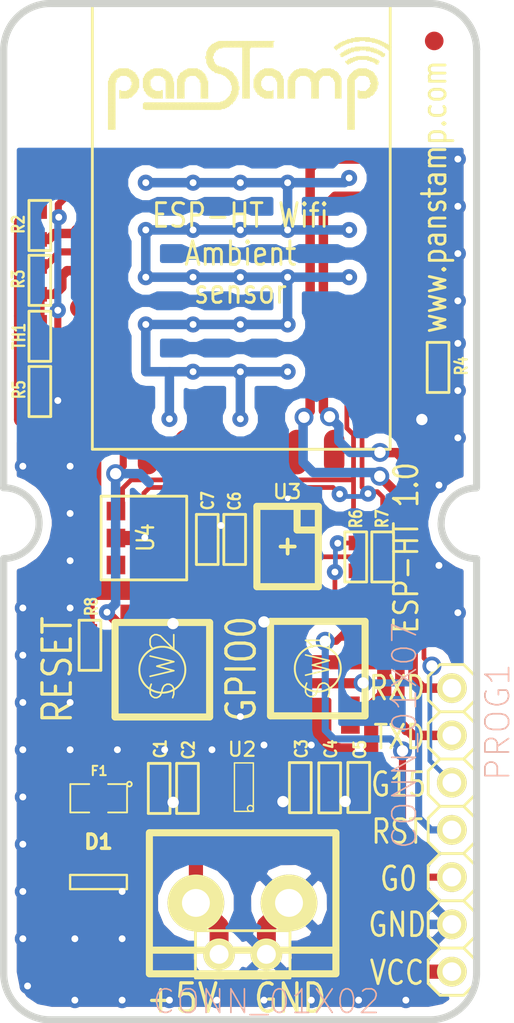
<source format=kicad_pcb>
(kicad_pcb (version 4) (host pcbnew 0.201512211246+6391~39~ubuntu14.04.1-stable)
  (title_block (title "panStamp Humidity and Temperature board for ESP8266") (date 2015-11-28) (rev 1.0) (company panStamp))
  (layers (0 Front signal) (31 Back signal) (34 B.Paste user) (35 F.Paste user) (36 B.SilkS user) (37 F.SilkS user) (38 B.Mask user) (39 F.Mask user) (44 Edge.Cuts user))
  (net 0 "")
  (net 1 /RESET)
  (net 2 /RXD)
  (net 3 /TXD)
  (net 4 GND)
  (net 5 /GPIO0)
  (net 6 /GPIO2)
  (net 7 /ADC)
  (net 8 /GPIO4)
  (net 9 /GPIO5)
  (net 10 /GPIO15)
  (net 11 VCC)
  (net 12 "Net-(R2-Pad1)")
  (net 13 /GPIO16)
  (net 14 "Net-(U1-Pad9)")
  (net 15 "Net-(U1-Pad10)")
  (net 16 "Net-(U1-Pad11)")
  (net 17 "Net-(U1-Pad12)")
  (net 18 "Net-(U1-Pad13)")
  (net 19 "Net-(U1-Pad14)")
  (net 20 /GPIO14)
  (net 21 /GPIO12)
  (net 22 /GPIO13)
  (net 23 "Net-(C1-Pad1)")
  (net 24 "Net-(F1-Pad1)")
  (module pinhead:pinhead-1-1X02 (layer Front) (at 148.717 96.0882)
    (fp_text reference P2 hide)
    (fp_text value CONN_01X02 (at 1.27 2.54) (layer B.SilkS) (effects (font (size 1.27 1.27) (thickness 0.0889))))
    (pad 1 thru_hole circle (at -1.27 0) (size 1.7 1.7) (drill 1.016) (layers *.Cu F.Paste F.SilkS F.Mask) (net 24 "Net-(F1-Pad1)"))
    (pad 2 thru_hole circle (at 1.27 0) (size 1.7 1.7) (drill 1.016) (layers *.Cu F.Paste F.SilkS F.Mask) (net 4 GND))
  )
  (module ESP8266:ESP-12E (layer Front) (at 140.64 53.34)
    (fp_text reference U1 hide)
    (fp_text value ESP-12E hide)
    (pad 9 smd oval (at 2.99 15.75 90) (size 2.4 1.1) (layers Front F.Paste F.Mask) (net 14 "Net-(U1-Pad9)"))
    (pad 10 smd oval (at 4.99 15.75 90) (size 2.4 1.1) (layers Front F.Paste F.Mask) (net 15 "Net-(U1-Pad10)"))
    (pad 11 smd oval (at 6.99 15.75 90) (size 2.4 1.1) (layers Front F.Paste F.Mask) (net 16 "Net-(U1-Pad11)"))
    (pad 12 smd oval (at 8.99 15.75 90) (size 2.4 1.1) (layers Front F.Paste F.Mask) (net 17 "Net-(U1-Pad12)"))
    (pad 13 smd oval (at 10.99 15.75 90) (size 2.4 1.1) (layers Front F.Paste F.Mask) (net 18 "Net-(U1-Pad13)"))
    (pad 14 smd oval (at 12.99 15.75 90) (size 2.4 1.1) (layers Front F.Paste F.Mask) (net 19 "Net-(U1-Pad14)"))
    (pad 1 smd rect (at 0 0) (size 2.4 1.1) (layers Front F.Paste F.Mask) (net 1 /RESET))
    (pad 2 smd oval (at 0 2) (size 2.4 1.1) (layers Front F.Paste F.Mask) (net 7 /ADC))
    (pad 3 smd oval (at 0 4) (size 2.4 1.1) (layers Front F.Paste F.Mask) (net 12 "Net-(R2-Pad1)"))
    (pad 4 smd oval (at 0 6) (size 2.4 1.1) (layers Front F.Paste F.Mask) (net 13 /GPIO16))
    (pad 5 smd oval (at 0 8) (size 2.4 1.1) (layers Front F.Paste F.Mask) (net 20 /GPIO14))
    (pad 6 smd oval (at 0 10) (size 2.4 1.1) (layers Front F.Paste F.Mask) (net 21 /GPIO12))
    (pad 7 smd oval (at 0 12) (size 2.4 1.1) (layers Front F.Paste F.Mask) (net 22 /GPIO13))
    (pad 8 smd oval (at 0 14) (size 2.4 1.1) (layers Front F.Paste F.Mask) (net 11 VCC))
    (pad 15 smd oval (at 16 14) (size 2.4 1.1) (layers Front F.Paste F.Mask) (net 4 GND))
    (pad 16 smd oval (at 16 12) (size 2.4 1.1) (layers Front F.Paste F.Mask) (net 10 /GPIO15))
    (pad 17 smd oval (at 16 10) (size 2.4 1.1) (layers Front F.Paste F.Mask) (net 6 /GPIO2))
    (pad 18 smd oval (at 16 8) (size 2.4 1.1) (layers Front F.Paste F.Mask) (net 5 /GPIO0))
    (pad 19 smd oval (at 16 6) (size 2.4 1.1) (layers Front F.Paste F.Mask) (net 8 /GPIO4))
    (pad 20 smd oval (at 16 4) (size 2.4 1.1) (layers Front F.Paste F.Mask) (net 9 /GPIO5))
    (pad 21 smd oval (at 16 2) (size 2.4 1.1) (layers Front F.Paste F.Mask) (net 2 /RXD))
    (pad 22 smd oval (at 16 0) (size 2.4 1.1) (layers Front F.Paste F.Mask) (net 3 /TXD))
  )
  (module mysmd:SM0603S (layer Front) (at 144.23 87.17 270)
    (fp_text reference C1 (at -2.13 -0.06 270) (layer F.SilkS) (effects (font (size 0.635 0.508) (thickness 0.127))))
    (fp_text value 10u hide)
    (pad 2 smd rect (at 0.7493 0 270) (size 0.7874 0.762) (layers Front F.Paste F.Mask) (net 4 GND))
    (pad 1 smd rect (at -0.7493 0 270) (size 0.7874 0.762) (layers Front F.Paste F.Mask) (net 23 "Net-(C1-Pad1)"))
  )
  (module mysmd:SM0603S (layer Front) (at 145.75 87.17 270)
    (fp_text reference C2 (at -2.07 -0.05 270) (layer F.SilkS) (effects (font (size 0.635 0.508) (thickness 0.127))))
    (fp_text value 1u hide)
    (pad 2 smd rect (at 0.7493 0 270) (size 0.7874 0.762) (layers Front F.Paste F.Mask) (net 4 GND))
    (pad 1 smd rect (at -0.7493 0 270) (size 0.7874 0.762) (layers Front F.Paste F.Mask) (net 23 "Net-(C1-Pad1)"))
  )
  (module mysmd:SM0603S (layer Front) (at 151.81 87.13 270)
    (fp_text reference C3 (at -2.09 -0.06 270) (layer F.SilkS) (effects (font (size 0.635 0.508) (thickness 0.127))))
    (fp_text value 10u hide)
    (pad 2 smd rect (at 0.7493 0 270) (size 0.7874 0.762) (layers Front F.Paste F.Mask) (net 4 GND))
    (pad 1 smd rect (at -0.7493 0 270) (size 0.7874 0.762) (layers Front F.Paste F.Mask) (net 11 VCC))
  )
  (module mysmd:SM0603S (layer Front) (at 153.39 87.14 270)
    (fp_text reference C4 (at -2.09 -0.06 270) (layer F.SilkS) (effects (font (size 0.635 0.508) (thickness 0.127))))
    (fp_text value 1u hide)
    (pad 2 smd rect (at 0.7493 0 270) (size 0.7874 0.762) (layers Front F.Paste F.Mask) (net 4 GND))
    (pad 1 smd rect (at -0.7493 0 270) (size 0.7874 0.762) (layers Front F.Paste F.Mask) (net 11 VCC))
  )
  (module mysmd:SM0603S (layer Front) (at 154.95 87.12 270)
    (fp_text reference C5 (at -2.04 -0.06 270) (layer F.SilkS) (effects (font (size 0.635 0.508) (thickness 0.127))))
    (fp_text value 100n hide)
    (pad 2 smd rect (at 0.7493 0 270) (size 0.7874 0.762) (layers Front F.Paste F.Mask) (net 4 GND))
    (pad 1 smd rect (at -0.7493 0 270) (size 0.7874 0.762) (layers Front F.Paste F.Mask) (net 11 VCC))
  )
  (module SM0603S (layer Front) (at 148.2852 73.787 90)
    (fp_text reference C6 (at 2.06 -0.01 90) (layer F.SilkS) (effects (font (size 0.635 0.508) (thickness 0.127))))
    (fp_text value 100n hide)
    (pad 2 smd rect (at 0.7493 0 90) (size 0.7874 0.762) (layers Front F.Paste F.Mask) (net 4 GND))
    (pad 1 smd rect (at -0.7493 0 90) (size 0.7874 0.762) (layers Front F.Paste F.Mask) (net 11 VCC))
  )
  (module myconnectors:terminal_block_5mm_2P (layer Front) (at 148.72 93.35)
    (fp_text reference P1 hide)
    (fp_text value CONN_01X02 hide)
    (pad 1 thru_hole circle (at -2.51714 -0.0254) (size 3.048 3.048) (drill 1.4986) (layers *.Cu *.Mask F.SilkS) (net 24 "Net-(F1-Pad1)"))
    (pad 2 thru_hole circle (at 2.48412 -0.0254) (size 3.048 3.048) (drill 1.4986) (layers *.Cu *.Mask F.SilkS) (net 4 GND))
  )
  (module mysmd:SM0603S (layer Front) (at 137.82 56.91 90)
    (fp_text reference R2 (at 0.0635 -1.1557 90) (layer F.SilkS) (effects (font (size 0.635 0.508) (thickness 0.127))))
    (fp_text value 10k hide)
    (pad 2 smd rect (at 0.7493 0 90) (size 0.7874 0.762) (layers Front F.Paste F.Mask) (net 11 VCC))
    (pad 1 smd rect (at -0.7493 0 90) (size 0.7874 0.762) (layers Front F.Paste F.Mask) (net 12 "Net-(R2-Pad1)"))
  )
  (module mysmd:SM0603S (layer Front) (at 137.82 59.86 270)
    (fp_text reference R3 (at -0.07 1.16 270) (layer F.SilkS) (effects (font (size 0.635 0.508) (thickness 0.127))))
    (fp_text value 0 hide)
    (pad 2 smd rect (at 0.7493 0 270) (size 0.7874 0.762) (layers Front F.Paste F.Mask) (net 13 /GPIO16))
    (pad 1 smd rect (at -0.7493 0 270) (size 0.7874 0.762) (layers Front F.Paste F.Mask) (net 1 /RESET))
  )
  (module mysmd:SM0603S (layer Front) (at 159.21 64.54 270)
    (fp_text reference R4 (at -0.08 -1.25 270) (layer F.SilkS) (effects (font (size 0.635 0.508) (thickness 0.127))))
    (fp_text value 10k hide)
    (pad 2 smd rect (at 0.7493 0 270) (size 0.7874 0.762) (layers Front F.Paste F.Mask) (net 10 /GPIO15))
    (pad 1 smd rect (at -0.7493 0 270) (size 0.7874 0.762) (layers Front F.Paste F.Mask) (net 4 GND))
  )
  (module mysmd:SM0603S (layer Front) (at 154.7876 74.7268 90)
    (fp_text reference R6 (at 2.05 0.01 90) (layer F.SilkS) (effects (font (size 0.635 0.508) (thickness 0.127))))
    (fp_text value 10k hide)
    (pad 2 smd rect (at 0.7493 0 90) (size 0.7874 0.762) (layers Front F.Paste F.Mask) (net 5 /GPIO0))
    (pad 1 smd rect (at -0.7493 0 90) (size 0.7874 0.762) (layers Front F.Paste F.Mask) (net 11 VCC))
  )
  (module mysmd:SM0603S (layer Front) (at 156.2354 74.7268 90)
    (fp_text reference R7 (at 2.06 -0.03 90) (layer F.SilkS) (effects (font (size 0.635 0.508) (thickness 0.127))))
    (fp_text value 10k hide)
    (pad 2 smd rect (at 0.7493 0 90) (size 0.7874 0.762) (layers Front F.Paste F.Mask) (net 6 /GPIO2))
    (pad 1 smd rect (at -0.7493 0 90) (size 0.7874 0.762) (layers Front F.Paste F.Mask) (net 11 VCC))
  )
  (module mysmd:SM0603S (layer Front) (at 140.5128 79.4766 90)
    (fp_text reference R8 (at 2.0828 0.0762 90) (layer F.SilkS) (effects (font (size 0.635 0.508) (thickness 0.127))))
    (fp_text value 10k hide)
    (pad 2 smd rect (at 0.7493 0 90) (size 0.7874 0.762) (layers Front F.Paste F.Mask) (net 11 VCC))
    (pad 1 smd rect (at -0.7493 0 90) (size 0.7874 0.762) (layers Front F.Paste F.Mask) (net 1 /RESET))
  )
  (module switch-tact-noah (layer Front) (at 152.75 80.73 270)
    (fp_text reference SW1 (at -0.1905 -0.03048 270) (layer F.SilkS) (effects (font (size 1.27 1.27) (thickness 0.0889))))
    (fp_text value SW_PUSH_SMALL hide)
    (pad 1 smd rect (at -2.49936 -1.75006 270) (size 1.99898 1.00076) (layers Front F.Paste F.Mask) (net 5 /GPIO0))
    (pad 3 smd rect (at 2.49936 -1.75006 270) (size 1.99898 1.00076) (layers Front F.Paste F.Mask))
    (pad 2 smd rect (at -2.49936 1.75006 270) (size 1.99898 1.00076) (layers Front F.Paste F.Mask) (net 4 GND))
    (pad 4 smd rect (at 2.49936 1.75006 270) (size 1.99898 1.00076) (layers Front F.Paste F.Mask))
  )
  (module switch-tact-noah (layer Front) (at 144.4 80.79 270)
    (fp_text reference SW2 (at -0.1905 -0.03048 270) (layer F.SilkS) (effects (font (size 1.27 1.27) (thickness 0.0889))))
    (fp_text value SW_PUSH_SMALL hide)
    (pad 1 smd rect (at -2.49936 -1.75006 270) (size 1.99898 1.00076) (layers Front F.Paste F.Mask) (net 4 GND))
    (pad 3 smd rect (at 2.49936 -1.75006 270) (size 1.99898 1.00076) (layers Front F.Paste F.Mask))
    (pad 2 smd rect (at -2.49936 1.75006 270) (size 1.99898 1.00076) (layers Front F.Paste F.Mask) (net 1 /RESET))
    (pad 4 smd rect (at 2.49936 1.75006 270) (size 1.99898 1.00076) (layers Front F.Paste F.Mask))
  )
  (module libcms:SOT23 (layer Front) (at 148.78 87.07 90)
    (fp_text reference U2 (at 1.99898 -0.09906 180) (layer F.SilkS) (effects (font (size 0.762 0.762) (thickness 0.11938))))
    (fp_text value MCP1700-3.0 hide)
    (pad 3 smd rect (at 0 -1.09982 90) (size 0.8001 1.00076) (layers Front F.Paste F.Mask) (net 23 "Net-(C1-Pad1)"))
    (pad 2 smd rect (at 0.9525 1.09982 90) (size 0.8001 1.00076) (layers Front F.Paste F.Mask) (net 11 VCC))
    (pad 1 smd rect (at -0.9525 1.09982 90) (size 0.8001 1.00076) (layers Front F.Paste F.Mask) (net 4 GND))
  )
  (module mysmd:DFN-6 (layer Front) (at 151.13 74.168 180)
    (fp_text reference U3 (at 0.0254 2.9464 360) (layer F.SilkS) (effects (font (size 0.762 0.762) (thickness 0.127))))
    (fp_text value SI7021 hide)
    (pad 6 smd rect (at -1 -1.625 180) (size 0.45 1.2) (layers Front F.Paste F.Mask) (net 6 /GPIO2))
    (pad 5 smd rect (at 0 -1.625 180) (size 0.45 1.2) (layers Front F.Paste F.Mask) (net 11 VCC))
    (pad 4 smd rect (at 1 -1.625 180) (size 0.45 1.2) (layers Front F.Paste F.Mask))
    (pad 3 smd rect (at 1 1.625 180) (size 0.45 1.2) (layers Front F.Paste F.Mask))
    (pad 2 smd rect (at 0 1.625 180) (size 0.45 1.2) (layers Front F.Paste F.Mask) (net 4 GND))
    (pad 1 smd rect (at -1 1.625 180) (size 0.45 1.2) (layers Front F.Paste F.Mask) (net 5 /GPIO0))
    (pad 7 smd rect (at 0 0 180) (size 2.4 1.5) (layers Front F.Paste F.Mask))
  )
  (module libcms:SM0805 (layer Front) (at 140.98 87.7 180)
    (fp_text reference F1 (at -0.02 1.47 360) (layer F.SilkS) (effects (font (size 0.50038 0.50038) (thickness 0.10922))))
    (fp_text value FUSE hide)
    (pad 1 smd rect (at -0.9525 0 180) (size 0.889 1.397) (layers Front F.Paste F.Mask) (net 24 "Net-(F1-Pad1)"))
    (pad 2 smd rect (at 0.9525 0 180) (size 0.889 1.397) (layers Front F.Paste F.Mask) (net 23 "Net-(C1-Pad1)"))
  )
  (module pinhead:pinhead-1-1X07 (layer Front) (at 159.95 89.4 270)
    (fp_text reference PROG1 (at -5.7912 -2.4638 270) (layer B.SilkS) (effects (font (size 1.27 1.27) (thickness 0.0889))))
    (fp_text value CONN_01X07 (at -5.08 2.54 270) (layer B.SilkS) (effects (font (size 1.27 1.27) (thickness 0.0889))))
    (pad 1 thru_hole circle (at -7.62 0 270) (size 1.6 1.6) (drill 1) (layers *.Cu F.Paste F.SilkS F.Mask) (net 2 /RXD))
    (pad 2 thru_hole circle (at -5.08 0 270) (size 1.6 1.6) (drill 1) (layers *.Cu F.Paste F.SilkS F.Mask) (net 3 /TXD))
    (pad 3 thru_hole circle (at -2.54 0 270) (size 1.6 1.6) (drill 1) (layers *.Cu F.Paste F.SilkS F.Mask) (net 10 /GPIO15))
    (pad 4 thru_hole circle (at 0 0 270) (size 1.6 1.6) (drill 1) (layers *.Cu F.Paste F.SilkS F.Mask) (net 1 /RESET))
    (pad 5 thru_hole circle (at 2.54 0 270) (size 1.6 1.6) (drill 1) (layers *.Cu F.Paste F.SilkS F.Mask) (net 5 /GPIO0))
    (pad 6 thru_hole circle (at 5.08 0 270) (size 1.6 1.6) (drill 1) (layers *.Cu F.Paste F.SilkS F.Mask) (net 4 GND))
    (pad 7 thru_hole circle (at 7.62 0 270) (size 1.6 1.6) (drill 1) (layers *.Cu F.Paste F.SilkS F.Mask) (net 11 VCC))
  )
  (module mymods:PANSTAMPLOGO (layer Front) (at 141.478 46.482)
    (fp_text reference G*** hide)
    (fp_text value PANSTAMPLOGO hide)
  )
  (module mysmd:SOT23 (layer Front) (at 140.97 92.202)
    (fp_text reference D1 (at 0 -2.159) (layer F.SilkS) (effects (font (size 0.762 0.762) (thickness 0.1905))))
    (fp_text value D_Schottky_x2_ACom_KKA hide)
    (pad 2 smd rect (at -0.889 -1.016) (size 0.9144 0.9144) (layers Front F.Paste F.Mask) (net 23 "Net-(C1-Pad1)"))
    (pad 1 smd rect (at 0.889 -1.016) (size 0.9144 0.9144) (layers Front F.Paste F.Mask) (net 23 "Net-(C1-Pad1)"))
    (pad 3 smd rect (at 0 1.016) (size 0.9144 0.9144) (layers Front F.Paste F.Mask) (net 4 GND))
  )
  (module mysmd:SM0603S (layer Front) (at 137.8204 65.8368 270)
    (fp_text reference R5 (at -0.1016 1.1176 270) (layer F.SilkS) (effects (font (size 0.635 0.508) (thickness 0.127))))
    (fp_text value 10k hide)
    (pad 2 smd rect (at 0.7493 0 270) (size 0.7874 0.762) (layers Front F.Paste F.Mask) (net 4 GND))
    (pad 1 smd rect (at -0.7493 0 270) (size 0.7874 0.762) (layers Front F.Paste F.Mask) (net 7 /ADC))
  )
  (module mysmd:SM0603S (layer Front) (at 137.8204 62.865 270)
    (fp_text reference TH1 (at 0 1.1176 270) (layer F.SilkS) (effects (font (size 0.635 0.508) (thickness 0.127))))
    (fp_text value THERMISTOR hide)
    (pad 2 smd rect (at 0.7493 0 270) (size 0.7874 0.762) (layers Front F.Paste F.Mask) (net 7 /ADC))
    (pad 1 smd rect (at -0.7493 0 270) (size 0.7874 0.762) (layers Front F.Paste F.Mask) (net 13 /GPIO16))
  )
  (module mymods:fiducial (layer Front) (at 138.684 97.028)
    (fp_text reference fiducial hide)
    (fp_text value VAL** hide)
    (pad 1 smd circle (at 0 0) (size 1 1) (layers Front F.Mask) (clearance 0.5))
  )
  (module mymods:fiducial (layer Front) (at 159.004 46.99)
    (fp_text reference fiducial hide)
    (fp_text value VAL** hide)
    (pad 1 smd circle (at 0 0) (size 1 1) (layers Front F.Mask) (clearance 0.5))
  )
  (module mysmd:SM0603S (layer Front) (at 146.812 73.787 90)
    (fp_text reference C7 (at 2.0828 0.0254 90) (layer F.SilkS) (effects (font (size 0.635 0.508) (thickness 0.127))))
    (fp_text value 1u hide)
    (pad 2 smd rect (at 0.7493 0 90) (size 0.7874 0.762) (layers Front F.Paste F.Mask) (net 4 GND))
    (pad 1 smd rect (at -0.7493 0 90) (size 0.7874 0.762) (layers Front F.Paste F.Mask) (net 11 VCC))
  )
  (module mysmd:BMP180 (layer Front) (at 143.4084 73.7108)
    (fp_text reference U4 (at 0.09144 -0.0254 90) (layer F.SilkS) (effects (font (size 0.889 0.762) (thickness 0.127))))
    (fp_text value BMP180 hide)
    (pad 3 smd rect (at 1.5 1.45) (size 1 1) (layers Front F.Paste F.Mask) (net 11 VCC))
    (pad 2 smd rect (at 0 1.45) (size 1 1) (layers Front F.Paste F.Mask) (net 11 VCC))
    (pad 1 smd rect (at -1.5 1.45) (size 1 1) (layers Front F.Paste F.Mask))
    (pad 6 smd rect (at -1.5 -1.45) (size 1 1) (layers Front F.Paste F.Mask) (net 5 /GPIO0))
    (pad 5 smd rect (at 0 -1.45) (size 1 1) (layers Front F.Paste F.Mask) (net 6 /GPIO2))
    (pad 4 smd rect (at 1.5 -1.45) (size 1 1) (layers Front F.Paste F.Mask))
    (pad 7 smd rect (at -1.5 0) (size 1 1) (layers Front F.Paste F.Mask) (net 4 GND))
  )
  (gr_text "ESP-HT Wifi\nAmbient\nsensor" (at 148.59 58.42) (layer F.SilkS) (effects (font (size 1.27 1.016) (thickness 0.1524))))
  (gr_text TXD (at 157.13 84.41) (layer F.SilkS) (effects (font (size 1.27 1.016) (thickness 0.1524))))
  (gr_text RST (at 157.02 89.49) (layer F.SilkS) (effects (font (size 1.27 1.016) (thickness 0.1524))))
  (gr_text G15 (at 157.09 86.96) (layer F.SilkS) (effects (font (size 1.27 1.016) (thickness 0.1524))))
  (gr_text RXD (at 157.01 81.78) (layer F.SilkS) (effects (font (size 1.27 1.016) (thickness 0.1524))))
  (gr_text G0 (at 157.09 92.03) (layer F.SilkS) (effects (font (size 1.27 1.016) (thickness 0.1524))))
  (gr_text GND (at 157.02 94.5) (layer F.SilkS) (effects (font (size 1.27 1.016) (thickness 0.1524))))
  (gr_text VCC (at 157 97.08) (layer F.SilkS) (effects (font (size 1.27 1.016) (thickness 0.1524))))
  (gr_text www.panstamp.com (at 159.004 55.372 90) (layer F.SilkS) (effects (font (size 1.27 1.016) (thickness 0.1524))))
  (gr_text "ESP-HT 1.0" (at 157.5 74.24 90) (layer F.SilkS) (effects (font (size 1.27 1.016) (thickness 0.1524))))
  (gr_text GPIO0 (at 148.64 80.75 90) (layer F.SilkS) (effects (font (size 1.524 1.27) (thickness 0.1778))))
  (gr_text RESET (at 138.7602 80.7974 90) (layer F.SilkS) (effects (font (size 1.524 1.27) (thickness 0.1778))))
  (gr_text "+5V  GND" (at 148.36 98.45) (layer F.SilkS) (effects (font (size 1.524 1.27) (thickness 0.1778))))
  (gr_line (start 138.44 44.98) (end 158.77 44.98) (angle 90) (layer Edge.Cuts) (width 0.381))
  (gr_line (start 135.88 71.01) (end 135.88 47.49) (angle 90) (layer Edge.Cuts) (width 0.381))
  (gr_line (start 135.88 74.81) (end 135.88 97.09) (angle 90) (layer Edge.Cuts) (width 0.381))
  (gr_arc (start 135.88 72.91) (end 137.78 72.89) (angle 90) (layer Edge.Cuts) (width 0.381))
  (gr_arc (start 135.88 72.91) (end 135.87 71.01) (angle 90) (layer Edge.Cuts) (width 0.381))
  (gr_line (start 158.72 99.61) (end 138.4 99.61) (angle 90) (layer Edge.Cuts) (width 0.381))
  (gr_line (start 161.28 74.82) (end 161.28 97.16) (angle 90) (layer Edge.Cuts) (width 0.381))
  (gr_line (start 161.28 47.44) (end 161.29 47.44) (angle 90) (layer Edge.Cuts) (width 0.381))
  (gr_line (start 161.28 70.97) (end 161.28 47.44) (angle 90) (layer Edge.Cuts) (width 0.381))
  (gr_arc (start 161.28 72.91) (end 161.29 74.82) (angle 90) (layer Edge.Cuts) (width 0.381))
  (gr_arc (start 161.27 72.91) (end 159.38 72.91) (angle 90) (layer Edge.Cuts) (width 0.381))
  (gr_arc (start 138.38 47.48) (end 135.88 47.48) (angle 90) (layer Edge.Cuts) (width 0.381))
  (gr_arc (start 158.78 47.48) (end 158.78 44.98) (angle 90) (layer Edge.Cuts) (width 0.381))
  (gr_arc (start 158.77 97.1) (end 161.28 97.1) (angle 90) (layer Edge.Cuts) (width 0.381))
  (gr_arc (start 138.38 97.11) (end 138.38 99.61) (angle 90) (layer Edge.Cuts) (width 0.381))
  (segment (start 151.13 59.69) (end 154.432 59.69) (width 0.508) (layer Back) (net 0))
  (via (at 151.13 59.69) (size 0.8636) (drill 0.3683) (layers Front Back) (net 0))
  (via (at 154.432 59.69) (size 0.8636) (drill 0.3683) (layers Front Back) (net 0))
  (segment (start 151.13 57.15) (end 154.432 57.15) (width 0.508) (layer Back) (net 0))
  (via (at 151.13 57.15) (size 0.8636) (drill 0.3683) (layers Front Back) (net 0))
  (via (at 154.432 57.15) (size 0.8636) (drill 0.3683) (layers Front Back) (net 0))
  (segment (start 151.13 54.61) (end 154.178 54.61) (width 0.508) (layer Back) (net 0))
  (via (at 151.13 54.61) (size 0.8636) (drill 0.3683) (layers Front Back) (net 0))
  (via (at 154.432 54.356) (size 0.8636) (drill 0.3683) (layers Front Back) (net 0))
  (segment (start 154.178 54.61) (end 154.432 54.356) (width 0.508) (layer Back) (net 0))
  (segment (start 143.51 54.61) (end 146.05 54.61) (width 0.508) (layer Back) (net 0))
  (via (at 146.05 54.61) (size 0.8636) (drill 0.3683) (layers Front Back) (net 0))
  (segment (start 148.59 54.61) (end 151.13 54.61) (width 0.508) (layer Back) (net 0))
  (segment (start 151.13 57.15) (end 148.59 57.15) (width 0.508) (layer Back) (net 0))
  (via (at 148.59 57.15) (size 0.8636) (drill 0.3683) (layers Front Back) (net 0))
  (segment (start 146.05 57.15) (end 143.51 57.15) (width 0.508) (layer Back) (net 0))
  (via (at 143.51 57.15) (size 0.8636) (drill 0.3683) (layers Front Back) (net 0))
  (segment (start 143.51 59.69) (end 146.05 59.69) (width 0.508) (layer Back) (net 0))
  (via (at 146.05 59.69) (size 0.8636) (drill 0.3683) (layers Front Back) (net 0))
  (segment (start 148.59 59.69) (end 151.13 59.69) (width 0.508) (layer Back) (net 0))
  (segment (start 151.13 62.23) (end 148.59 62.23) (width 0.508) (layer Back) (net 0))
  (via (at 148.59 62.23) (size 0.8636) (drill 0.3683) (layers Front Back) (net 0))
  (segment (start 146.05 62.23) (end 143.51 62.23) (width 0.508) (layer Back) (net 0))
  (via (at 143.51 62.23) (size 0.8636) (drill 0.3683) (layers Front Back) (net 0))
  (segment (start 143.51 62.23) (end 143.51 64.77) (width 0.508) (layer Back) (net 0))
  (via (at 146.05 62.23) (size 0.8636) (drill 0.3683) (layers Front Back) (net 0))
  (segment (start 148.59 62.23) (end 146.05 62.23) (width 0.508) (layer Back) (net 0))
  (via (at 151.13 62.23) (size 0.8636) (drill 0.3683) (layers Front Back) (net 0))
  (segment (start 151.13 59.69) (end 151.13 62.23) (width 0.508) (layer Back) (net 0))
  (via (at 148.59 59.69) (size 0.8636) (drill 0.3683) (layers Front Back) (net 0))
  (segment (start 146.05 59.69) (end 148.59 59.69) (width 0.508) (layer Back) (net 0))
  (via (at 143.51 59.69) (size 0.8636) (drill 0.3683) (layers Front Back) (net 0))
  (segment (start 143.51 57.15) (end 143.51 59.69) (width 0.508) (layer Back) (net 0))
  (via (at 146.05 57.15) (size 0.8636) (drill 0.3683) (layers Front Back) (net 0))
  (segment (start 148.59 57.15) (end 146.05 57.15) (width 0.508) (layer Back) (net 0))
  (segment (start 151.13 54.61) (end 151.13 57.15) (width 0.508) (layer Back) (net 0))
  (via (at 148.59 54.61) (size 0.8636) (drill 0.3683) (layers Front Back) (net 0))
  (segment (start 146.05 54.61) (end 148.59 54.61) (width 0.508) (layer Back) (net 0))
  (via (at 143.51 54.61) (size 0.8636) (drill 0.3683) (layers Front Back) (net 0))
  (segment (start 148.59 64.77) (end 148.59 67.31) (width 0.508) (layer Back) (net 0))
  (via (at 148.59 64.77) (size 0.8636) (drill 0.3683) (layers Front Back) (net 0))
  (via (at 148.59 67.31) (size 0.8636) (drill 0.3683) (layers Front Back) (net 0))
  (segment (start 144.78 64.77) (end 144.78 67.31) (width 0.508) (layer Back) (net 0))
  (via (at 144.78 67.31) (size 0.8636) (drill 0.3683) (layers Front Back) (net 0))
  (segment (start 151.13 64.77) (end 148.59 64.77) (width 0.508) (layer Back) (net 0))
  (segment (start 146.05 64.77) (end 144.78 64.77) (width 0.508) (layer Back) (net 0))
  (segment (start 144.78 64.77) (end 143.51 64.77) (width 0.508) (layer Back) (net 0))
  (via (at 146.05 64.77) (size 0.8636) (drill 0.3683) (layers Front Back) (net 0))
  (segment (start 148.59 64.77) (end 146.05 64.77) (width 0.508) (layer Back) (net 0))
  (via (at 151.13 64.77) (size 0.8636) (drill 0.3683) (layers Front Back) (net 0))
  (segment (start 141.89 70.25) (end 141.89 77.2358) (width 0.508) (layer Back) (net 1))
  (segment (start 142.01924 78.29064) (end 142.64994 78.29064) (width 0.508) (layer Front) (net 1))
  (segment (start 141.4272 77.6986) (end 142.01924 78.29064) (width 0.508) (layer Front) (net 1))
  (via (at 141.4272 77.6986) (size 0.8636) (drill 0.3683) (layers Front Back) (net 1))
  (segment (start 141.89 77.2358) (end 141.4272 77.6986) (width 0.508) (layer Back) (net 1))
  (segment (start 155.18 81.5) (end 157.739298 81.5) (width 0.381) (layer Back) (net 1))
  (segment (start 158.8182 89.4) (end 159.95 89.4) (width 0.381) (layer Back) (net 1))
  (segment (start 158.169298 88.751098) (end 158.8182 89.4) (width 0.381) (layer Back) (net 1))
  (segment (start 158.169298 81.93) (end 158.169298 88.751098) (width 0.381) (layer Back) (net 1))
  (segment (start 157.739298 81.5) (end 158.169298 81.93) (width 0.381) (layer Back) (net 1))
  (segment (start 142.64994 78.29064) (end 142.64994 81.07994) (width 0.508) (layer Front) (net 1))
  (segment (start 142.64994 81.07994) (end 143.07 81.5) (width 0.508) (layer Front) (net 1))
  (segment (start 143.07 81.5) (end 155.18 81.5) (width 0.508) (layer Front) (net 1))
  (segment (start 142.64994 80.1624) (end 140.5763 80.1624) (width 0.508) (layer Front) (net 1))
  (segment (start 140.5763 80.1624) (end 140.5128 80.2259) (width 0.508) (layer Front) (net 1))
  (segment (start 142.64994 78.29064) (end 142.64994 80.1624) (width 0.508) (layer Front) (net 1))
  (segment (start 142.64994 80.1624) (end 142.64994 80.2259) (width 0.508) (layer Front) (net 1))
  (segment (start 143.1988 70.25) (end 141.89 70.25) (width 0.508) (layer Back) (net 1))
  (via (at 141.89 70.25) (size 1.016) (drill 0.6096) (layers Front Back) (net 1))
  (segment (start 143.6878 70.739) (end 143.1988 70.25) (width 0.508) (layer Back) (net 1))
  (segment (start 140.5128 80.2259) (end 142.64994 80.2259) (width 0.508) (layer Front) (net 1))
  (segment (start 142.5194 80.2386) (end 142.64994 80.2386) (width 0.508) (layer Front) (net 1))
  (segment (start 142.64994 80.2259) (end 142.63724 80.2386) (width 0.508) (layer Front) (net 1))
  (segment (start 142.63724 80.2386) (end 142.5194 80.2386) (width 0.508) (layer Front) (net 1))
  (segment (start 142.64994 77.75294) (end 142.64994 78.29064) (width 0.508) (layer Front) (net 1))
  (segment (start 142.64994 77.69506) (end 142.64994 78.29064) (width 0.508) (layer Front) (net 1))
  (segment (start 142.64994 78.29064) (end 142.64994 80.2386) (width 0.381) (layer Front) (net 1))
  (segment (start 142.64994 80.2386) (end 142.64994 81.07994) (width 0.381) (layer Front) (net 1))
  (segment (start 142.64994 81.07994) (end 143.17 81.6) (width 0.381) (layer Front) (net 1))
  (segment (start 155.08 81.6) (end 155.18 81.5) (width 0.381) (layer Front) (net 1))
  (segment (start 143.17 81.6) (end 155.08 81.6) (width 0.381) (layer Front) (net 1))
  (segment (start 142.3 57.85) (end 142.3 69.84) (width 0.381) (layer Front) (net 1))
  (segment (start 142.3 69.84) (end 141.89 70.25) (width 0.381) (layer Front) (net 1))
  (segment (start 142.48 78.1207) (end 142.64994 78.29064) (width 0.508) (layer Front) (net 1))
  (segment (start 137.82 59.1107) (end 138.1093 59.1107) (width 0.381) (layer Front) (net 1))
  (segment (start 138.1093 59.1107) (end 138.89 58.33) (width 0.381) (layer Front) (net 1))
  (segment (start 138.89 58.33) (end 141.82 58.33) (width 0.381) (layer Front) (net 1))
  (segment (start 141.82 58.33) (end 142.3 57.85) (width 0.381) (layer Front) (net 1))
  (segment (start 142.3 57.85) (end 142.3 54.45) (width 0.381) (layer Front) (net 1))
  (segment (start 142.3 54.45) (end 141.19 53.34) (width 0.381) (layer Front) (net 1))
  (segment (start 141.19 53.34) (end 140.64 53.34) (width 0.381) (layer Front) (net 1))
  (segment (start 140.5207 53.2207) (end 140.64 53.34) (width 0.508) (layer Front) (net 1))
  (via (at 155.18 81.5) (size 1.016) (drill 0.6096) (layers Front Back) (net 1))
  (segment (start 156.64 55.34) (end 153.68 55.34) (width 0.508) (layer Front) (net 2))
  (segment (start 153.05 66.86) (end 153.38 67.19) (width 0.508) (layer Front) (net 2))
  (segment (start 153.05 55.97) (end 153.05 66.86) (width 0.508) (layer Front) (net 2))
  (segment (start 153.68 55.34) (end 153.05 55.97) (width 0.508) (layer Front) (net 2))
  (segment (start 153.38 67.19) (end 153.88 67.69) (width 0.508) (layer Back) (net 2))
  (via (at 153.38 67.19) (size 1.016) (drill 0.6096) (layers Front Back) (net 2))
  (segment (start 157.869404 76.09) (end 157.869404 69.999404) (width 0.508) (layer Front) (net 2))
  (segment (start 157.869404 69.999404) (end 156.99 69.12) (width 0.508) (layer Front) (net 2))
  (segment (start 158.4 81.78) (end 159.95 81.78) (width 0.508) (layer Front) (net 2))
  (segment (start 157.869404 81.249404) (end 158.4 81.78) (width 0.508) (layer Front) (net 2))
  (segment (start 157.869404 76.09) (end 157.869404 81.249404) (width 0.508) (layer Front) (net 2))
  (segment (start 156.1 69.12) (end 156.99 69.12) (width 0.508) (layer Front) (net 2))
  (segment (start 156.09 69.11) (end 156.1 69.12) (width 0.508) (layer Front) (net 2))
  (via (at 156.09 69.11) (size 1.016) (drill 0.6096) (layers Front Back) (net 2))
  (segment (start 154.49 69.11) (end 156.09 69.11) (width 0.508) (layer Back) (net 2))
  (segment (start 153.88 68.5) (end 154.49 69.11) (width 0.508) (layer Back) (net 2))
  (segment (start 153.88 67.69) (end 153.88 68.5) (width 0.508) (layer Back) (net 2))
  (segment (start 157.158202 83.618202) (end 157.49 83.95) (width 0.508) (layer Front) (net 3))
  (segment (start 157.49 83.95) (end 157.49 84.06) (width 0.508) (layer Front) (net 3))
  (segment (start 157.49 84.06) (end 157.49 83.95) (width 0.508) (layer Front) (net 3))
  (segment (start 157.86 84.32) (end 159.95 84.32) (width 0.508) (layer Front) (net 3))
  (segment (start 157.49 83.95) (end 157.86 84.32) (width 0.508) (layer Front) (net 3))
  (segment (start 157.158202 76.32) (end 157.158202 71.468202) (width 0.508) (layer Front) (net 3))
  (segment (start 157.158202 76.32) (end 157.158202 83.618202) (width 0.508) (layer Front) (net 3))
  (segment (start 157.158202 71.468202) (end 156.08 70.39) (width 0.508) (layer Front) (net 3))
  (segment (start 154.86 70.19) (end 155.88 70.19) (width 0.508) (layer Back) (net 3))
  (segment (start 152.84 53.34) (end 152.338798 53.841202) (width 0.508) (layer Front) (net 3))
  (segment (start 152.338798 53.841202) (end 152.338798 66.891202) (width 0.508) (layer Front) (net 3))
  (segment (start 152.338798 66.891202) (end 152.01 67.22) (width 0.508) (layer Front) (net 3))
  (via (at 152.01 67.22) (size 1.016) (drill 0.6096) (layers Front Back) (net 3))
  (segment (start 152.01 67.22) (end 151.96 67.27) (width 0.508) (layer Back) (net 3))
  (segment (start 151.96 67.27) (end 151.96 69.64) (width 0.508) (layer Back) (net 3))
  (segment (start 151.96 69.64) (end 152.51 70.19) (width 0.508) (layer Back) (net 3))
  (segment (start 152.51 70.19) (end 154.86 70.19) (width 0.508) (layer Back) (net 3))
  (segment (start 156.64 53.34) (end 152.84 53.34) (width 0.508) (layer Front) (net 3))
  (via (at 156.08 70.39) (size 1.016) (drill 0.6096) (layers Front Back) (net 3))
  (segment (start 155.88 70.19) (end 156.08 70.39) (width 0.508) (layer Back) (net 3))
  (segment (start 151.13 72.543) (end 151.13 71.5772) (width 0.254) (layer Front) (net 4))
  (segment (start 151.13 71.5772) (end 151.13 71.6026) (width 0.254) (layer Back) (net 4))
  (via (at 151.13 71.5772) (size 0.5588) (drill 0.3048) (layers Front Back) (net 4))
  (segment (start 141.9084 73.7108) (end 143.4338 73.7108) (width 0.762) (layer Front) (net 4))
  (segment (start 143.4592 73.6854) (end 143.4592 73.66) (width 0.762) (layer Back) (net 4))
  (via (at 143.4592 73.6854) (size 0.8636) (drill 0.3683) (layers Front Back) (net 4))
  (segment (start 143.4338 73.7108) (end 143.4592 73.6854) (width 0.762) (layer Front) (net 4))
  (via (at 147.5486 73.0377) (size 0.8636) (drill 0.3683) (layers Front Back) (net 4))
  (segment (start 147.4978 73.025) (end 147.5359 73.025) (width 0.762) (layer Back) (net 4))
  (segment (start 147.5359 73.025) (end 147.5486 73.0377) (width 0.762) (layer Back) (net 4))
  (segment (start 146.812 73.0377) (end 147.5486 73.0377) (width 0.762) (layer Front) (net 4))
  (segment (start 147.5486 73.0377) (end 148.2852 73.0377) (width 0.762) (layer Front) (net 4))
  (via (at 136.906 69.85) (size 0.8636) (drill 0.3683) (layers Front Back) (net 4))
  (segment (start 139.446 69.85) (end 136.906 69.85) (width 0.508) (layer Back) (net 4))
  (segment (start 139.446 72.39) (end 139.446 69.85) (width 0.508) (layer Back) (net 4))
  (via (at 139.446 72.39) (size 0.8636) (drill 0.3683) (layers Front Back) (net 4))
  (segment (start 139.446 77.47) (end 139.446 74.93) (width 0.508) (layer Back) (net 4))
  (via (at 139.446 77.47) (size 0.8636) (drill 0.3683) (layers Front Back) (net 4))
  (via (at 139.446 74.93) (size 0.8636) (drill 0.3683) (layers Front Back) (net 4))
  (segment (start 139.446 72.39) (end 139.446 74.93) (width 0.508) (layer Back) (net 4))
  (segment (start 139.446 69.85) (end 139.446 69.596) (width 0.508) (layer Front) (net 4))
  (via (at 139.446 69.85) (size 0.8636) (drill 0.3683) (layers Front Back) (net 4))
  (segment (start 149.987 96.0882) (end 149.987 94.54172) (width 1.016) (layer Front) (net 4))
  (segment (start 149.987 94.54172) (end 151.20412 93.3246) (width 1.016) (layer Front) (net 4))
  (segment (start 140.97 93.218) (end 141.732 93.218) (width 0.762) (layer Front) (net 4))
  (via (at 142.24 92.71) (size 0.8636) (drill 0.3683) (layers Front Back) (net 4))
  (segment (start 141.732 93.218) (end 142.24 92.71) (width 0.762) (layer Front) (net 4))
  (segment (start 142.24 95.25) (end 139.7 95.25) (width 0.762) (layer Back) (net 4))
  (via (at 139.7 95.25) (size 0.8636) (drill 0.3683) (layers Front Back) (net 4))
  (via (at 139.7 98.552) (size 0.8636) (drill 0.3683) (layers Front Back) (net 4))
  (segment (start 139.7 95.25) (end 139.7 98.552) (width 0.762) (layer Back) (net 4))
  (via (at 142.24 95.25) (size 0.8636) (drill 0.3683) (layers Front Back) (net 4))
  (segment (start 137.8204 66.5861) (end 138.5189 66.5861) (width 0.508) (layer Front) (net 4))
  (via (at 138.7856 66.3194) (size 0.8636) (drill 0.3683) (layers Front Back) (net 4))
  (segment (start 138.5189 66.5861) (end 138.7856 66.3194) (width 0.508) (layer Front) (net 4))
  (segment (start 152.4 84.836) (end 149.86 84.836) (width 0.508) (layer Back) (net 4))
  (segment (start 149.606 85.09) (end 149.86 84.836) (width 0.508) (layer Back) (net 4))
  (via (at 149.86 84.836) (size 0.8636) (drill 0.3683) (layers Front Back) (net 4))
  (via (at 147.066 85.09) (size 0.8636) (drill 0.3683) (layers Front Back) (net 4))
  (segment (start 149.606 85.09) (end 147.066 85.09) (width 0.508) (layer Back) (net 4))
  (via (at 152.4 84.836) (size 0.8636) (drill 0.3683) (layers Front Back) (net 4))
  (segment (start 147.066 85.09) (end 147.066 84.836) (width 0.508) (layer Back) (net 4))
  (segment (start 144.526 85.09) (end 141.986 85.09) (width 0.508) (layer Back) (net 4))
  (via (at 141.986 85.09) (size 0.8636) (drill 0.3683) (layers Front Back) (net 4))
  (segment (start 139.446 85.09) (end 139.446 82.55) (width 0.508) (layer Back) (net 4))
  (via (at 139.446 82.55) (size 0.8636) (drill 0.3683) (layers Front Back) (net 4))
  (segment (start 139.446 80.01) (end 139.446 77.47) (width 0.508) (layer Back) (net 4))
  (segment (start 136.906 77.47) (end 136.906 80.01) (width 0.508) (layer Back) (net 4))
  (segment (start 136.906 81.534) (end 136.906 80.01) (width 0.508) (layer Back) (net 4))
  (via (at 136.906 80.01) (size 0.8636) (drill 0.3683) (layers Front Back) (net 4))
  (segment (start 136.906 82.55) (end 136.906 85.09) (width 0.508) (layer Back) (net 4))
  (via (at 136.906 85.09) (size 0.8636) (drill 0.3683) (layers Front Back) (net 4))
  (segment (start 136.906 87.63) (end 136.906 90.17) (width 0.508) (layer Back) (net 4))
  (via (at 136.906 90.17) (size 0.8636) (drill 0.3683) (layers Front Back) (net 4))
  (segment (start 136.906 92.71) (end 136.906 95.25) (width 0.508) (layer Back) (net 4))
  (segment (start 137.16 95.504) (end 136.906 95.25) (width 0.508) (layer Back) (net 4))
  (via (at 136.906 95.25) (size 0.8636) (drill 0.3683) (layers Front Back) (net 4))
  (segment (start 137.16 97.79) (end 137.16 95.504) (width 0.508) (layer Back) (net 4))
  (via (at 136.906 92.71) (size 0.8636) (drill 0.3683) (layers Front Back) (net 4))
  (segment (start 136.906 90.17) (end 136.906 92.71) (width 0.508) (layer Back) (net 4))
  (via (at 136.906 87.63) (size 0.8636) (drill 0.3683) (layers Front Back) (net 4))
  (segment (start 136.906 85.09) (end 136.906 87.63) (width 0.508) (layer Back) (net 4))
  (via (at 136.906 82.55) (size 0.8636) (drill 0.3683) (layers Front Back) (net 4))
  (segment (start 136.906 82.55) (end 136.906 81.534) (width 0.508) (layer Back) (net 4))
  (via (at 136.906 77.47) (size 0.8636) (drill 0.3683) (layers Front Back) (net 4))
  (segment (start 139.446 77.47) (end 136.906 77.47) (width 0.508) (layer Back) (net 4))
  (segment (start 139.446 82.55) (end 139.446 80.01) (width 0.508) (layer Back) (net 4))
  (via (at 139.446 85.09) (size 0.8636) (drill 0.3683) (layers Front Back) (net 4))
  (segment (start 141.986 85.09) (end 139.446 85.09) (width 0.508) (layer Back) (net 4))
  (via (at 144.526 85.09) (size 0.8636) (drill 0.3683) (layers Front Back) (net 4))
  (segment (start 147.066 85.09) (end 144.526 85.09) (width 0.508) (layer Back) (net 4))
  (via (at 148.59 83.312) (size 0.8636) (drill 0.3683) (layers Front Back) (net 4))
  (segment (start 147.066 84.836) (end 148.59 83.312) (width 0.508) (layer Back) (net 4))
  (segment (start 139.7 98.552) (end 137.922 98.552) (width 0.508) (layer Back) (net 4))
  (segment (start 142.24 98.552) (end 144.78 98.552) (width 0.508) (layer Back) (net 4))
  (via (at 144.78 98.552) (size 0.8636) (drill 0.3683) (layers Front Back) (net 4))
  (segment (start 147.32 98.552) (end 149.86 98.552) (width 0.508) (layer Back) (net 4))
  (via (at 149.86 98.552) (size 0.8636) (drill 0.3683) (layers Front Back) (net 4))
  (segment (start 152.4 98.552) (end 154.94 98.552) (width 0.508) (layer Back) (net 4))
  (via (at 154.94 98.552) (size 0.8636) (drill 0.3683) (layers Front Back) (net 4))
  (segment (start 159.95 94.48) (end 158.504 94.48) (width 0.508) (layer Back) (net 4))
  (via (at 157.48 98.552) (size 0.8636) (drill 0.3683) (layers Front Back) (net 4))
  (segment (start 157.48 95.504) (end 157.48 98.552) (width 0.508) (layer Back) (net 4))
  (segment (start 158.504 94.48) (end 157.48 95.504) (width 0.508) (layer Back) (net 4))
  (segment (start 154.94 98.552) (end 157.48 98.552) (width 0.508) (layer Back) (net 4))
  (via (at 152.4 98.552) (size 0.8636) (drill 0.3683) (layers Front Back) (net 4))
  (segment (start 149.86 98.552) (end 152.4 98.552) (width 0.508) (layer Back) (net 4))
  (via (at 147.32 98.552) (size 0.8636) (drill 0.3683) (layers Front Back) (net 4))
  (segment (start 144.78 98.552) (end 147.32 98.552) (width 0.508) (layer Back) (net 4))
  (via (at 142.24 98.552) (size 0.8636) (drill 0.3683) (layers Front Back) (net 4))
  (segment (start 139.7 98.552) (end 142.24 98.552) (width 0.508) (layer Back) (net 4))
  (segment (start 137.16 97.79) (end 137.414 97.79) (width 0.508) (layer Front) (net 4))
  (via (at 137.16 97.79) (size 0.8636) (drill 0.3683) (layers Front Back) (net 4))
  (segment (start 137.922 98.552) (end 137.16 97.79) (width 0.508) (layer Back) (net 4))
  (segment (start 159.258 75.184) (end 159.258 76.708) (width 0.508) (layer Back) (net 4))
  (segment (start 158.242 71.882) (end 158.242 74.168) (width 0.508) (layer Back) (net 4))
  (segment (start 158.242 74.168) (end 159.258 75.184) (width 0.508) (layer Back) (net 4))
  (via (at 159.258 75.184) (size 0.8636) (drill 0.3683) (layers Front Back) (net 4))
  (segment (start 160.274 68.326) (end 160.274 69.85) (width 0.508) (layer Back) (net 4))
  (via (at 160.274 68.326) (size 0.8636) (drill 0.3683) (layers Front Back) (net 4))
  (via (at 160.274 65.786) (size 0.8636) (drill 0.3683) (layers Front Back) (net 4))
  (segment (start 160.274 65.786) (end 160.274 68.326) (width 0.508) (layer Back) (net 4))
  (via (at 159.258 70.866) (size 0.8636) (drill 0.3683) (layers Front Back) (net 4))
  (segment (start 160.274 69.85) (end 159.258 70.866) (width 0.508) (layer Back) (net 4))
  (segment (start 159.258 70.866) (end 158.242 71.882) (width 0.508) (layer Back) (net 4))
  (via (at 160.274 77.724) (size 0.8636) (drill 0.3683) (layers Front Back) (net 4))
  (segment (start 159.258 76.708) (end 160.274 77.724) (width 0.508) (layer Back) (net 4))
  (segment (start 160.274 53.34) (end 160.274 55.88) (width 0.508) (layer Back) (net 4))
  (via (at 160.274 55.88) (size 0.8636) (drill 0.3683) (layers Front Back) (net 4))
  (segment (start 160.274 58.42) (end 160.274 60.96) (width 0.508) (layer Back) (net 4))
  (via (at 160.274 60.96) (size 0.8636) (drill 0.3683) (layers Front Back) (net 4))
  (segment (start 160.274 60.96) (end 160.274 63.246) (width 0.508) (layer Back) (net 4))
  (via (at 160.274 58.42) (size 0.8636) (drill 0.3683) (layers Front Back) (net 4))
  (segment (start 160.274 55.88) (end 160.274 58.42) (width 0.508) (layer Back) (net 4))
  (via (at 160.274 53.34) (size 0.8636) (drill 0.3683) (layers Front Back) (net 4))
  (segment (start 159.21 63.7907) (end 159.7293 63.7907) (width 0.508) (layer Front) (net 4))
  (segment (start 160.274 65.786) (end 160.274 63.246) (width 0.508) (layer Back) (net 4))
  (segment (start 158.72 67.34) (end 160.274 65.786) (width 0.508) (layer Back) (net 4))
  (segment (start 158.72 67.34) (end 158.34 67.34) (width 0.508) (layer Back) (net 4))
  (via (at 160.274 63.246) (size 0.8636) (drill 0.3683) (layers Front Back) (net 4))
  (segment (start 159.7293 63.7907) (end 160.274 63.246) (width 0.508) (layer Front) (net 4))
  (via (at 158.34 67.34) (size 1.016) (drill 0.6096) (layers Front Back) (net 4))
  (segment (start 158.34 67.34) (end 156.64 67.34) (width 0.762) (layer Front) (net 4))
  (segment (start 158.34 67.34) (end 158.34 67.33) (width 0.762) (layer Back) (net 4))
  (via (at 154.22 87.8693) (size 1.016) (drill 0.6096) (layers Front Back) (net 4))
  (segment (start 154.22 87.8693) (end 154.22 87.85) (width 0.508) (layer Back) (net 4))
  (via (at 150.88 87.8793) (size 1.016) (drill 0.6096) (layers Front Back) (net 4))
  (segment (start 150.88 87.8793) (end 150.88 87.89) (width 0.508) (layer Back) (net 4))
  (via (at 144.98 87.9193) (size 1.016) (drill 0.6096) (layers Front Back) (net 4))
  (segment (start 144.98 87.9193) (end 144.98 87.9) (width 0.508) (layer Back) (net 4))
  (segment (start 146.15006 78.29064) (end 144.98936 78.29064) (width 0.508) (layer Front) (net 4))
  (via (at 144.97 78.31) (size 1.016) (drill 0.6096) (layers Front Back) (net 4))
  (segment (start 144.98936 78.29064) (end 144.97 78.31) (width 0.508) (layer Front) (net 4))
  (segment (start 150.99994 78.23064) (end 149.87064 78.23064) (width 0.508) (layer Front) (net 4))
  (via (at 149.86 78.22) (size 1.016) (drill 0.6096) (layers Front Back) (net 4))
  (segment (start 149.87064 78.23064) (end 149.86 78.22) (width 0.508) (layer Front) (net 4))
  (segment (start 145.75 87.9193) (end 144.98 87.9193) (width 0.762) (layer Front) (net 4))
  (segment (start 144.98 87.9193) (end 144.23 87.9193) (width 0.762) (layer Front) (net 4))
  (segment (start 151.81 87.8793) (end 150.88 87.8793) (width 0.762) (layer Front) (net 4))
  (segment (start 150.88 87.8793) (end 150.02302 87.8793) (width 0.762) (layer Front) (net 4))
  (segment (start 150.02302 87.8793) (end 149.87982 88.0225) (width 0.762) (layer Front) (net 4))
  (segment (start 153.39 87.8893) (end 151.82 87.8893) (width 0.762) (layer Front) (net 4))
  (segment (start 151.82 87.8893) (end 151.81 87.8793) (width 0.762) (layer Front) (net 4))
  (segment (start 154.95 87.8693) (end 154.22 87.8693) (width 0.762) (layer Front) (net 4))
  (segment (start 154.22 87.8693) (end 153.41 87.8693) (width 0.762) (layer Front) (net 4))
  (segment (start 153.41 87.8693) (end 153.39 87.8893) (width 0.762) (layer Front) (net 4))
  (segment (start 152.13 72.543) (end 154.6358 72.543) (width 0.254) (layer Front) (net 5))
  (segment (start 154.6358 72.543) (end 154.67 72.5772) (width 0.254) (layer Front) (net 5))
  (segment (start 154.67 70.5866) (end 142.7226 70.5866) (width 0.254) (layer Front) (net 5))
  (segment (start 142.2654 71.0438) (end 142.2654 71.9038) (width 0.254) (layer Front) (net 5))
  (segment (start 142.7226 70.5866) (end 142.2654 71.0438) (width 0.254) (layer Front) (net 5))
  (segment (start 142.2654 71.9038) (end 141.9084 72.2608) (width 0.254) (layer Front) (net 5))
  (segment (start 153.15 79.26) (end 153.7342 79.26) (width 0.381) (layer Front) (net 5))
  (segment (start 153.7342 79.26) (end 154.50006 78.49414) (width 0.381) (layer Front) (net 5))
  (segment (start 154.50006 78.49414) (end 154.50006 78.23064) (width 0.381) (layer Front) (net 5))
  (segment (start 154.7876 73.9775) (end 153.8351 73.9775) (width 0.254) (layer Front) (net 5))
  (segment (start 153.67 76.9874) (end 154.50006 77.81746) (width 0.254) (layer Front) (net 5))
  (segment (start 153.67 75.5396) (end 153.67 76.9874) (width 0.254) (layer Front) (net 5))
  (via (at 153.67 75.5396) (size 0.8636) (drill 0.3683) (layers Front Back) (net 5))
  (segment (start 153.6954 75.5142) (end 153.67 75.5396) (width 0.254) (layer Back) (net 5))
  (segment (start 153.6954 74.1172) (end 153.6954 75.5142) (width 0.254) (layer Back) (net 5))
  (segment (start 153.8224 73.9902) (end 153.6954 74.1172) (width 0.254) (layer Back) (net 5))
  (via (at 153.8224 73.9902) (size 0.8636) (drill 0.3683) (layers Front Back) (net 5))
  (segment (start 153.8351 73.9775) (end 153.8224 73.9902) (width 0.254) (layer Front) (net 5))
  (segment (start 154.50006 77.81746) (end 154.50006 78.23064) (width 0.254) (layer Front) (net 5))
  (segment (start 154.67 70.3834) (end 154.67 70.5866) (width 0.254) (layer Front) (net 5))
  (segment (start 154.67 70.5866) (end 154.67 72.1106) (width 0.254) (layer Front) (net 5))
  (segment (start 154.67 70.3834) (end 154.67 68.16) (width 0.254) (layer Front) (net 5))
  (segment (start 154.67 68.16) (end 154.31 67.8) (width 0.254) (layer Front) (net 5))
  (segment (start 154.31 67.8) (end 154.31 61.62) (width 0.254) (layer Front) (net 5))
  (segment (start 154.31 61.62) (end 154.59 61.34) (width 0.254) (layer Front) (net 5))
  (segment (start 154.59 61.34) (end 156.64 61.34) (width 0.254) (layer Front) (net 5))
  (segment (start 154.67 72.1106) (end 154.67 72.5772) (width 0.254) (layer Front) (net 5))
  (segment (start 154.67 72.5772) (end 154.67 73.0344) (width 0.254) (layer Front) (net 5))
  (segment (start 154.67 73.0344) (end 154.7876 73.152) (width 0.254) (layer Front) (net 5))
  (segment (start 154.7876 73.152) (end 154.7876 73.9775) (width 0.254) (layer Front) (net 5))
  (segment (start 157.3 85.15) (end 157.3 91.28) (width 0.381) (layer Front) (net 5))
  (segment (start 157.96 91.94) (end 159.95 91.94) (width 0.381) (layer Front) (net 5))
  (segment (start 157.3 91.28) (end 157.96 91.94) (width 0.381) (layer Front) (net 5))
  (segment (start 156 84.51) (end 156.66 84.51) (width 0.381) (layer Back) (net 5))
  (via (at 157.3 85.15) (size 1.016) (drill 0.6096) (layers Front Back) (net 5))
  (segment (start 156.66 84.51) (end 157.3 85.15) (width 0.381) (layer Back) (net 5))
  (segment (start 153.62 84.51) (end 156 84.51) (width 0.381) (layer Back) (net 5))
  (segment (start 153.15 84.04) (end 153.62 84.51) (width 0.381) (layer Back) (net 5))
  (segment (start 153.15 80.87) (end 153.15 84.04) (width 0.381) (layer Back) (net 5))
  (segment (start 153.15 79.26) (end 153.15 80.87) (width 0.381) (layer Back) (net 5))
  (via (at 153.15 79.26) (size 1.016) (drill 0.6096) (layers Front Back) (net 5))
  (segment (start 152.7302 74.9808) (end 152.7302 75.5904) (width 0.254) (layer Front) (net 6))
  (segment (start 152.5276 75.793) (end 152.13 75.793) (width 0.254) (layer Front) (net 6))
  (segment (start 152.7302 75.5904) (end 152.5276 75.793) (width 0.254) (layer Front) (net 6))
  (segment (start 148.6408 70.993002) (end 153.568402 70.993002) (width 0.254) (layer Front) (net 6))
  (segment (start 143.4084 71.297802) (end 143.7132 70.993002) (width 0.254) (layer Front) (net 6))
  (segment (start 143.7132 70.993002) (end 148.4376 70.993002) (width 0.254) (layer Front) (net 6))
  (segment (start 148.4376 70.993002) (end 148.6408 70.993002) (width 0.254) (layer Front) (net 6))
  (segment (start 143.4084 72.2608) (end 143.4084 71.297802) (width 0.254) (layer Front) (net 6))
  (segment (start 155.4226 71.2978) (end 155.4226 71.2216) (width 0.254) (layer Front) (net 6))
  (segment (start 155.448 71.3232) (end 155.4226 71.2978) (width 0.254) (layer Front) (net 6))
  (via (at 155.448 71.3232) (size 0.8636) (drill 0.3683) (layers Front Back) (net 6))
  (segment (start 155.2956 71.4756) (end 155.448 71.3232) (width 0.254) (layer Back) (net 6))
  (segment (start 154.051 71.4756) (end 155.2956 71.4756) (width 0.254) (layer Back) (net 6))
  (segment (start 153.924 71.3486) (end 154.051 71.4756) (width 0.254) (layer Back) (net 6))
  (via (at 153.924 71.3486) (size 0.8636) (drill 0.3683) (layers Front Back) (net 6))
  (segment (start 153.568402 70.993002) (end 153.924 71.3486) (width 0.254) (layer Front) (net 6))
  (segment (start 153.8986 74.72) (end 152.991 74.72) (width 0.254) (layer Front) (net 6))
  (segment (start 152.991 74.72) (end 152.7302 74.9808) (width 0.254) (layer Front) (net 6))
  (segment (start 155.127202 70.3834) (end 155.127202 70.977002) (width 0.254) (layer Front) (net 6))
  (segment (start 155.3718 71.2216) (end 155.4226 71.2216) (width 0.254) (layer Front) (net 6))
  (segment (start 155.4226 71.2216) (end 155.6512 71.2216) (width 0.254) (layer Front) (net 6))
  (segment (start 155.127202 70.977002) (end 155.3718 71.2216) (width 0.254) (layer Front) (net 6))
  (segment (start 156.2354 71.501) (end 156.2354 73.9775) (width 0.254) (layer Front) (net 6))
  (segment (start 155.6512 71.2216) (end 155.956 71.2216) (width 0.254) (layer Front) (net 6))
  (segment (start 155.956 71.2216) (end 156.2354 71.501) (width 0.254) (layer Front) (net 6))
  (segment (start 153.8224 74.72) (end 153.8986 74.72) (width 0.254) (layer Front) (net 6))
  (segment (start 153.8986 74.72) (end 155.8612 74.72) (width 0.254) (layer Front) (net 6))
  (segment (start 155.8612 74.72) (end 156.2354 74.3458) (width 0.254) (layer Front) (net 6))
  (segment (start 156.2354 74.3458) (end 156.2354 73.9775) (width 0.254) (layer Front) (net 6))
  (segment (start 155.16 63.34) (end 156.64 63.34) (width 0.254) (layer Front) (net 6))
  (segment (start 154.767202 63.732798) (end 155.16 63.34) (width 0.254) (layer Front) (net 6))
  (segment (start 154.767202 67.57) (end 154.767202 63.732798) (width 0.254) (layer Front) (net 6))
  (segment (start 155.127202 67.93) (end 154.767202 67.57) (width 0.254) (layer Front) (net 6))
  (segment (start 155.127202 70.3834) (end 155.127202 67.93) (width 0.254) (layer Front) (net 6))
  (segment (start 137.8204 63.6143) (end 138.3157 63.6143) (width 0.381) (layer Front) (net 7))
  (segment (start 139.2494 55.34) (end 140.64 55.34) (width 0.381) (layer Front) (net 7))
  (segment (start 138.811 55.7784) (end 139.2494 55.34) (width 0.381) (layer Front) (net 7))
  (segment (start 138.811 56.4388) (end 138.811 55.7784) (width 0.381) (layer Front) (net 7))
  (segment (start 138.8364 56.4642) (end 138.811 56.4388) (width 0.381) (layer Front) (net 7))
  (via (at 138.8364 56.4642) (size 0.8636) (drill 0.3683) (layers Front Back) (net 7))
  (segment (start 138.8364 56.4134) (end 138.8364 56.4642) (width 0.381) (layer Back) (net 7))
  (segment (start 138.7856 56.3626) (end 138.8364 56.4134) (width 0.381) (layer Back) (net 7))
  (segment (start 138.7856 61.468) (end 138.7856 56.3626) (width 0.381) (layer Back) (net 7))
  (via (at 138.7856 61.468) (size 0.8636) (drill 0.3683) (layers Front Back) (net 7))
  (segment (start 138.7856 63.1444) (end 138.7856 61.468) (width 0.381) (layer Front) (net 7))
  (segment (start 138.3157 63.6143) (end 138.7856 63.1444) (width 0.381) (layer Front) (net 7))
  (segment (start 137.8204 65.0875) (end 137.8204 63.6143) (width 0.508) (layer Front) (net 7))
  (segment (start 158.77 85.68) (end 159.95 86.86) (width 0.254) (layer Back) (net 10))
  (segment (start 158.77 80.7) (end 158.77 85.68) (width 0.254) (layer Back) (net 10))
  (segment (start 158.88 80.59) (end 158.77 80.7) (width 0.254) (layer Back) (net 10))
  (via (at 158.88 80.59) (size 1.016) (drill 0.6096) (layers Front Back) (net 10))
  (segment (start 158.453606 80.163606) (end 158.88 80.59) (width 0.254) (layer Front) (net 10))
  (segment (start 158.453606 70.21) (end 158.453606 80.163606) (width 0.254) (layer Front) (net 10))
  (segment (start 159.21 69.453606) (end 158.453606 70.21) (width 0.254) (layer Front) (net 10))
  (segment (start 159.21 65.2893) (end 159.21 69.453606) (width 0.254) (layer Front) (net 10))
  (segment (start 159.21 65.2893) (end 156.6907 65.2893) (width 0.508) (layer Front) (net 10))
  (segment (start 156.6907 65.2893) (end 156.64 65.34) (width 0.508) (layer Front) (net 10))
  (segment (start 137.82 56.1607) (end 137.4127 56.1607) (width 0.762) (layer Front) (net 11))
  (segment (start 137.4127 56.1607) (end 136.81 56.7634) (width 0.762) (layer Front) (net 11))
  (segment (start 151.13 75.793) (end 151.13 76.5556) (width 0.508) (layer Front) (net 11))
  (segment (start 148.8796 76.8096) (end 148.58 76.51) (width 0.508) (layer Front) (net 11))
  (segment (start 150.876 76.8096) (end 148.8796 76.8096) (width 0.508) (layer Front) (net 11))
  (segment (start 151.13 76.5556) (end 150.876 76.8096) (width 0.508) (layer Front) (net 11))
  (segment (start 148.5852 76.5048) (end 148.58 76.51) (width 0.508) (layer Front) (net 11))
  (segment (start 143.4084 75.1608) (end 143.4084 76.1492) (width 1.016) (layer Front) (net 11))
  (segment (start 143.4084 76.1492) (end 143.0274 76.5302) (width 1.016) (layer Front) (net 11))
  (segment (start 143.0274 76.5302) (end 140.9446 76.5302) (width 1.016) (layer Front) (net 11))
  (segment (start 140.9446 76.5302) (end 140.6144 76.2) (width 1.016) (layer Front) (net 11))
  (segment (start 140.6144 76.2) (end 140.6144 67.3656) (width 1.016) (layer Front) (net 11))
  (segment (start 140.6144 67.3656) (end 140.64 67.34) (width 1.016) (layer Front) (net 11))
  (segment (start 146.812 74.5363) (end 145.5329 74.5363) (width 1.016) (layer Front) (net 11))
  (segment (start 145.5329 74.5363) (end 144.9084 75.1608) (width 1.016) (layer Front) (net 11))
  (segment (start 140.5128 78.7273) (end 140.5128 76.962) (width 0.508) (layer Front) (net 11))
  (segment (start 143.0274 76.5302) (end 143.4084 76.1492) (width 0.508) (layer Front) (net 11))
  (segment (start 140.9446 76.5302) (end 143.0274 76.5302) (width 0.508) (layer Front) (net 11))
  (segment (start 140.5128 76.962) (end 140.9446 76.5302) (width 0.508) (layer Front) (net 11))
  (segment (start 145.5329 74.5363) (end 144.9084 75.1608) (width 0.762) (layer Front) (net 11))
  (segment (start 147.574 74.5363) (end 147.574 76.073) (width 0.762) (layer Front) (net 11))
  (segment (start 147.574 76.073) (end 148.011 76.51) (width 0.762) (layer Front) (net 11))
  (segment (start 143.4084 75.1608) (end 144.9084 75.1608) (width 1.016) (layer Front) (net 11))
  (segment (start 146.812 74.5363) (end 147.574 74.5363) (width 0.762) (layer Front) (net 11))
  (segment (start 147.574 74.5363) (end 148.2852 74.5363) (width 0.762) (layer Front) (net 11))
  (segment (start 156.2354 75.4761) (end 154.7876 75.4761) (width 0.762) (layer Front) (net 11))
  (segment (start 156.3116 80.39) (end 156.3116 75.5523) (width 0.762) (layer Front) (net 11))
  (segment (start 156.3116 75.5523) (end 156.2354 75.4761) (width 0.762) (layer Front) (net 11))
  (segment (start 136.81 61.77) (end 136.81 67.341) (width 0.762) (layer Front) (net 11))
  (segment (start 136.81 56.7634) (end 136.81 61.77) (width 0.762) (layer Front) (net 11))
  (segment (start 137.1346 67.6656) (end 139.827 67.6656) (width 0.762) (layer Front) (net 11))
  (segment (start 136.81 67.341) (end 137.1346 67.6656) (width 0.762) (layer Front) (net 11))
  (segment (start 139.827 67.6656) (end 140.64 68.4786) (width 0.762) (layer Front) (net 11))
  (segment (start 154.95 86.3707) (end 155.3707 86.3707) (width 0.762) (layer Front) (net 11))
  (segment (start 156.65 97.02) (end 159.95 97.02) (width 0.762) (layer Front) (net 11))
  (segment (start 155.96 96.33) (end 156.65 97.02) (width 0.762) (layer Front) (net 11))
  (segment (start 155.96 86.96) (end 155.96 96.33) (width 0.762) (layer Front) (net 11))
  (segment (start 155.3707 86.3707) (end 155.96 86.96) (width 0.762) (layer Front) (net 11))
  (segment (start 156.32 81.43) (end 156.32 82.17) (width 0.762) (layer Front) (net 11))
  (segment (start 155.62 85.7007) (end 154.95 86.3707) (width 0.762) (layer Front) (net 11))
  (segment (start 155.62 82.87) (end 155.62 85.7007) (width 0.762) (layer Front) (net 11))
  (segment (start 156.32 82.17) (end 155.62 82.87) (width 0.762) (layer Front) (net 11))
  (segment (start 151.91 80.39) (end 149.56 80.39) (width 0.762) (layer Front) (net 11))
  (segment (start 149.56 80.39) (end 148.58 79.41) (width 0.762) (layer Front) (net 11))
  (segment (start 156.32 80.39) (end 156.3116 80.39) (width 0.762) (layer Front) (net 11))
  (segment (start 156.3116 80.39) (end 151.91 80.39) (width 0.762) (layer Front) (net 11))
  (segment (start 140.64 68.4786) (end 140.64 67.34) (width 0.762) (layer Front) (net 11))
  (segment (start 149.07 79.9) (end 148.58 79.41) (width 0.762) (layer Front) (net 11))
  (segment (start 148.58 79.41) (end 148.58 76.51) (width 0.762) (layer Front) (net 11))
  (segment (start 148.58 76.51) (end 148.011 76.51) (width 0.762) (layer Front) (net 11))
  (segment (start 148.58 79.41) (end 148.58 76.51) (width 0.508) (layer Front) (net 11))
  (segment (start 149.07 79.9) (end 148.58 79.41) (width 0.508) (layer Front) (net 11))
  (segment (start 156.32 81.43) (end 156.32 80.39) (width 0.762) (layer Front) (net 11))
  (segment (start 149.87982 86.1175) (end 151.5468 86.1175) (width 0.762) (layer Front) (net 11))
  (segment (start 151.5468 86.1175) (end 151.81 86.3807) (width 0.762) (layer Front) (net 11))
  (segment (start 153.39 86.3907) (end 154.93 86.3907) (width 0.762) (layer Front) (net 11))
  (segment (start 154.93 86.3907) (end 154.95 86.3707) (width 0.762) (layer Front) (net 11))
  (segment (start 151.81 86.3807) (end 153.38 86.3807) (width 0.762) (layer Front) (net 11))
  (segment (start 153.38 86.3807) (end 153.39 86.3907) (width 0.762) (layer Front) (net 11))
  (segment (start 137.82 57.6593) (end 138.2907 57.6593) (width 0.508) (layer Front) (net 12))
  (segment (start 138.61 57.34) (end 140.64 57.34) (width 0.508) (layer Front) (net 12))
  (segment (start 138.2907 57.6593) (end 138.61 57.34) (width 0.508) (layer Front) (net 12))
  (segment (start 137.82 60.6093) (end 137.82 62.1153) (width 0.508) (layer Front) (net 13))
  (segment (start 137.82 62.1153) (end 137.8204 62.1157) (width 0.508) (layer Front) (net 13))
  (segment (start 137.82 60.6093) (end 138.6207 60.6093) (width 0.508) (layer Front) (net 13))
  (segment (start 139.28 59.34) (end 140.64 59.34) (width 0.508) (layer Front) (net 13))
  (segment (start 139 59.62) (end 139.28 59.34) (width 0.508) (layer Front) (net 13))
  (segment (start 139 60.23) (end 139 59.62) (width 0.508) (layer Front) (net 13))
  (segment (start 138.6207 60.6093) (end 139 60.23) (width 0.508) (layer Front) (net 13))
  (segment (start 140.081 91.186) (end 141.859 91.186) (width 1.016) (layer Front) (net 23))
  (segment (start 140.081 91.186) (end 140.081 87.7535) (width 1.016) (layer Front) (net 23))
  (segment (start 140.081 87.7535) (end 140.0275 87.7) (width 1.016) (layer Front) (net 23))
  (segment (start 140.0275 87.7) (end 140.0275 86.7225) (width 0.762) (layer Front) (net 23))
  (segment (start 140.37 86.38) (end 144.1893 86.38) (width 0.762) (layer Front) (net 23))
  (segment (start 140.0275 86.7225) (end 140.37 86.38) (width 0.762) (layer Front) (net 23))
  (segment (start 144.1893 86.38) (end 144.23 86.4207) (width 0.762) (layer Front) (net 23))
  (segment (start 145.75 86.4207) (end 147.03088 86.4207) (width 0.762) (layer Front) (net 23))
  (segment (start 147.03088 86.4207) (end 147.68018 87.07) (width 0.762) (layer Front) (net 23))
  (segment (start 144.23 86.4207) (end 145.75 86.4207) (width 0.762) (layer Front) (net 23))
  (segment (start 147.447 96.0882) (end 147.447 94.56874) (width 1.016) (layer Front) (net 24))
  (segment (start 147.447 94.56874) (end 146.20286 93.3246) (width 1.016) (layer Front) (net 24))
  (segment (start 141.9325 87.7) (end 141.9325 89.1325) (width 0.762) (layer Front) (net 24))
  (segment (start 146.20286 90.33286) (end 146.20286 93.3246) (width 0.762) (layer Front) (net 24))
  (segment (start 145.44 89.57) (end 146.20286 90.33286) (width 0.762) (layer Front) (net 24))
  (segment (start 142.37 89.57) (end 145.44 89.57) (width 0.762) (layer Front) (net 24))
  (segment (start 141.9325 89.1325) (end 142.37 89.57) (width 0.762) (layer Front) (net 24))
  (zone (net 4) (net_name GND) (layer Back) (connect_pads (clearance 0.508)) (min_thickness 0.254) (fill yes (arc_segments 16) (thermal_gap 0.508) (thermal_bridge_width 0.508))
    (polygon (pts (xy 135.88 52.73) (xy 161.28 52.73) (xy 161.28 99.62) (xy 135.89 99.62) (xy 135.89 52.75) (xy 135.9 52.75)))
  )
  (zone (net 4) (net_name GND) (layer Front) (connect_pads (clearance 0.508)) (min_thickness 0.254) (fill yes (arc_segments 16) (thermal_gap 0.508) (thermal_bridge_width 0.508))
    (polygon (pts (xy 135.87 52.73) (xy 161.28 52.73) (xy 161.28 99.62) (xy 135.89 99.62) (xy 135.89 52.74) (xy 135.88 52.74)))
  )
)
</source>
